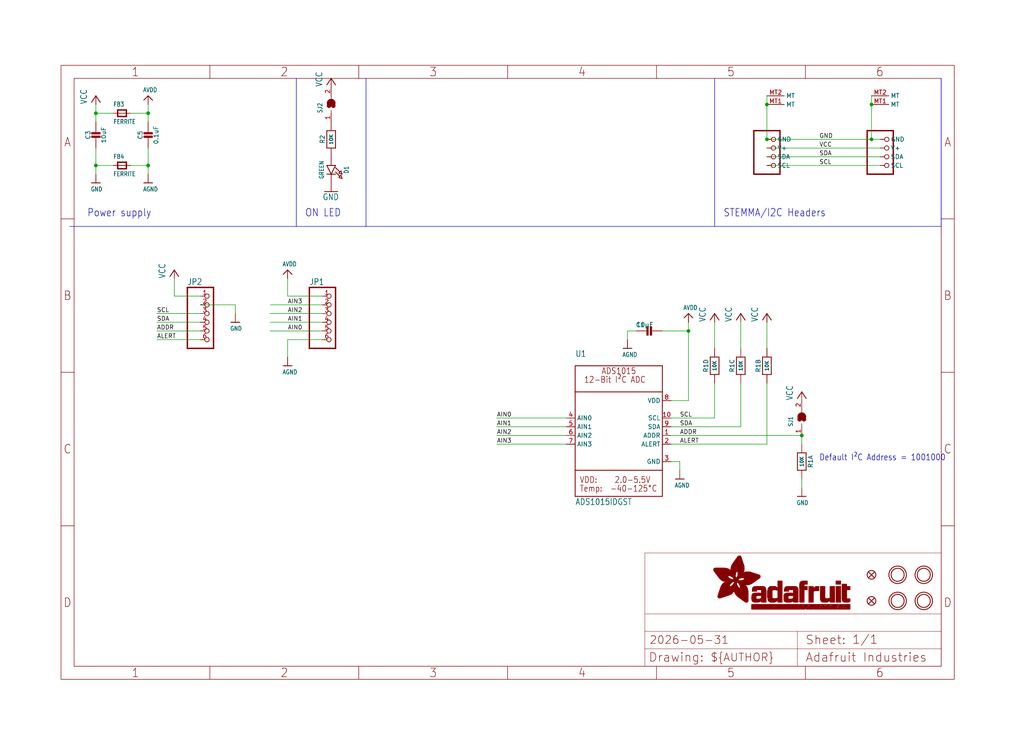
<source format=kicad_sch>
(kicad_sch (version 20230121) (generator eeschema)
  (paper "User" 298.45 217.322)
  (lib_symbols
    (symbol "working-eagle-import:ADC_ADS1015"
      (property "Reference" "U" (at -12.7 20.32 0))
      (symbol "ADC_ADS1015_1_0"
        (text "-40-125°C" (at -2.54 -19.05 0) (effects (font (size 1.778 1.5113)) (justify left bottom)))
        (text "12-Bit I²C ADC" (at -10.16 12.7 0) (effects (font (size 1.778 1.5113)) (justify left bottom)))
        (text "2.0-5.5V" (at -1.27 -16.51 0) (effects (font (size 1.778 1.5113)) (justify left bottom)))
        (text "ADS1015" (at -5.08 15.24 0) (effects (font (size 1.778 1.5113)) (justify left bottom)))
        (text "Temp:" (at -11.43 -19.05 0) (effects (font (size 1.778 1.5113)) (justify left bottom)))
        (text "VDD:" (at -11.43 -16.51 0) (effects (font (size 1.778 1.5113)) (justify left bottom)))
        (pin bidirectional line (at 15.24 -2.54 180) (length 2.54) (name "ADDR") (number "1"))
        (pin bidirectional line (at 15.24 2.54 180) (length 2.54) (name "SCL") (number "10"))
        (pin bidirectional line (at 15.24 -5.08 180) (length 2.54) (name "ALERT") (number "2"))
        (pin bidirectional line (at 15.24 -10.16 180) (length 2.54) (name "GND") (number "3"))
        (pin bidirectional line (at -15.24 2.54 0) (length 2.54) (name "AIN0") (number "4"))
        (pin bidirectional line (at -15.24 0 0) (length 2.54) (name "AIN1") (number "5"))
        (pin bidirectional line (at -15.24 -2.54 0) (length 2.54) (name "AIN2") (number "6"))
        (pin bidirectional line (at -15.24 -5.08 0) (length 2.54) (name "AIN3") (number "7"))
        (pin bidirectional line (at 15.24 7.62 180) (length 2.54) (name "VDD") (number "8"))
        (pin bidirectional line (at 15.24 0 180) (length 2.54) (name "SDA") (number "9"))
      )
    )
    (symbol "working-eagle-import:AGND" (power)
      (property "Value" "AGND" (at -1.524 -2.54 0))
      (symbol "AGND_1_0"
        (pin power_in line (at 0 2.54 270) (length 2.54) (name "AGND") (number "1"))
      )
    )
    (symbol "working-eagle-import:AVDD" (power)
      (property "Value" "AVDD" (at -1.524 1.016 0))
      (symbol "AVDD_1_0"
        (pin power_in line (at 0 -2.54 90) (length 2.54) (name "AVDD") (number "1"))
      )
    )
    (symbol "working-eagle-import:CAP_CERAMIC0603_NO"
      (property "Reference" "C" (at -2.29 1.25 90))
      (symbol "CAP_CERAMIC0603_NO_1_0"
        (pin passive line (at 0 5.08 270) (length 2.54) (name "1") (number "1"))
        (pin passive line (at 0 -2.54 90) (length 2.54) (name "2") (number "2"))
      )
    )
    (symbol "working-eagle-import:CAP_CERAMIC0805-NOOUTLINE"
      (property "Reference" "C" (at -2.29 1.25 90))
      (symbol "CAP_CERAMIC0805-NOOUTLINE_1_0"
        (pin passive line (at 0 5.08 270) (length 2.54) (name "1") (number "1"))
        (pin passive line (at 0 -2.54 90) (length 2.54) (name "2") (number "2"))
      )
    )
    (symbol "working-eagle-import:FERRITE-0603NO"
      (property "Reference" "FB" (at -1.27 1.905 0))
      (symbol "FERRITE-0603NO_1_0"
        (pin passive line (at -2.54 0 0) (length 2.54) (name "P$1") (number "1"))
        (pin passive line (at 2.54 0 180) (length 2.54) (name "P$2") (number "2"))
      )
    )
    (symbol "working-eagle-import:FIDUCIAL_1MM")
    (symbol "working-eagle-import:FRAME_A4_ADAFRUIT"
      (symbol "FRAME_A4_ADAFRUIT_1_0"
        (text "${#}/${##}" (at 230.505 10.16 0) (effects (font (size 2.54 2.54)) (justify left bottom)))
        (text "${AUTHOR}" (at 189.23 5.08 0) (effects (font (size 2.286 2.286)) (justify left bottom)))
        (text "${CURRENT_DATE}" (at 171.45 10.16 0) (effects (font (size 2.286 2.286)) (justify left bottom)))
        (text "${PROJECTNAME}" (at 171.45 15.24 0) (effects (font (size 2.54 2.54)) (justify left bottom)))
        (text "1" (at 21.6958 1.905 0) (effects (font (size 2.54 2.286))))
        (text "1" (at 21.6958 177.165 0) (effects (font (size 2.54 2.286))))
        (text "2" (at 65.0875 1.905 0) (effects (font (size 2.54 2.286))))
        (text "2" (at 65.0875 177.165 0) (effects (font (size 2.54 2.286))))
        (text "3" (at 108.4792 1.905 0) (effects (font (size 2.54 2.286))))
        (text "3" (at 108.4792 177.165 0) (effects (font (size 2.54 2.286))))
        (text "4" (at 151.8708 1.905 0) (effects (font (size 2.54 2.286))))
        (text "4" (at 151.8708 177.165 0) (effects (font (size 2.54 2.286))))
        (text "5" (at 195.2625 1.905 0) (effects (font (size 2.54 2.286))))
        (text "5" (at 195.2625 177.165 0) (effects (font (size 2.54 2.286))))
        (text "6" (at 238.6542 1.905 0) (effects (font (size 2.54 2.286))))
        (text "6" (at 238.6542 177.165 0) (effects (font (size 2.54 2.286))))
        (text "A" (at 1.905 156.6863 0) (effects (font (size 2.54 2.286))))
        (text "A" (at 258.445 156.6863 0) (effects (font (size 2.54 2.286))))
        (text "Adafruit Industries" (at 216.916 4.953 0) (effects (font (size 2.54 2.54)) (justify left bottom)))
        (text "B" (at 1.905 111.9188 0) (effects (font (size 2.54 2.286))))
        (text "B" (at 258.445 111.9188 0) (effects (font (size 2.54 2.286))))
        (text "C" (at 1.905 67.1513 0) (effects (font (size 2.54 2.286))))
        (text "C" (at 258.445 67.1513 0) (effects (font (size 2.54 2.286))))
        (text "D" (at 1.905 22.3838 0) (effects (font (size 2.54 2.286))))
        (text "D" (at 258.445 22.3838 0) (effects (font (size 2.54 2.286))))
        (text "Drawing:" (at 171.196 4.953 0) (effects (font (size 2.54 2.54)) (justify left bottom)))
        (text "Sheet:" (at 216.916 10.033 0) (effects (font (size 2.54 2.54)) (justify left bottom)))
      )
    )
    (symbol "working-eagle-import:GND" (power)
      (property "Value" "GND" (at -1.524 -2.54 0))
      (symbol "GND_1_0"
        (pin power_in line (at 0 2.54 270) (length 2.54) (name "GND") (number "1"))
      )
    )
    (symbol "working-eagle-import:HEADER-1X670MIL"
      (property "Reference" "JP" (at -6.35 10.795 0))
      (symbol "HEADER-1X670MIL_1_0"
        (pin passive inverted (at -2.54 7.62 0) (length 2.54) (name "1") (number "1"))
        (pin passive inverted (at -2.54 5.08 0) (length 2.54) (name "2") (number "2"))
        (pin passive inverted (at -2.54 2.54 0) (length 2.54) (name "3") (number "3"))
        (pin passive inverted (at -2.54 0 0) (length 2.54) (name "4") (number "4"))
        (pin passive inverted (at -2.54 -2.54 0) (length 2.54) (name "5") (number "5"))
        (pin passive inverted (at -2.54 -5.08 0) (length 2.54) (name "6") (number "6"))
      )
    )
    (symbol "working-eagle-import:LED0603_NOOUTLINE"
      (property "Reference" "D" (at -1.27 4.445 0))
      (symbol "LED0603_NOOUTLINE_1_0"
        (pin passive line (at -5.08 0 0) (length 2.54) (name "A") (number "A"))
        (pin passive line (at 2.54 0 180) (length 2.54) (name "C") (number "C"))
      )
    )
    (symbol "working-eagle-import:MOUNTINGHOLE2.5")
    (symbol "working-eagle-import:RESISTOR_0603_NOOUT"
      (property "Reference" "R" (at 0 2.54 0))
      (symbol "RESISTOR_0603_NOOUT_1_0"
        (pin passive line (at -5.08 0 0) (length 2.54) (name "1") (number "1"))
        (pin passive line (at 5.08 0 180) (length 2.54) (name "2") (number "2"))
      )
    )
    (symbol "working-eagle-import:RESISTOR_4PACK"
      (property "Reference" "R" (at 0 2.54 0))
      (symbol "RESISTOR_4PACK_1_0"
        (pin passive line (at -5.08 0 0) (length 2.54) (name "1") (number "1"))
        (pin passive line (at 5.08 0 180) (length 2.54) (name "2") (number "8"))
      )
      (symbol "RESISTOR_4PACK_2_0"
        (pin passive line (at -5.08 0 0) (length 2.54) (name "1") (number "2"))
        (pin passive line (at 5.08 0 180) (length 2.54) (name "2") (number "7"))
      )
      (symbol "RESISTOR_4PACK_3_0"
        (pin passive line (at -5.08 0 0) (length 2.54) (name "1") (number "3"))
        (pin passive line (at 5.08 0 180) (length 2.54) (name "2") (number "6"))
      )
      (symbol "RESISTOR_4PACK_4_0"
        (pin passive line (at -5.08 0 0) (length 2.54) (name "1") (number "4"))
        (pin passive line (at 5.08 0 180) (length 2.54) (name "2") (number "5"))
      )
    )
    (symbol "working-eagle-import:SOLDERJUMPER"
      (property "Reference" "SJ" (at -2.54 2.54 0))
      (symbol "SOLDERJUMPER_1_0"
        (pin passive line (at -5.08 0 0) (length 2.54) (name "1") (number "1"))
        (pin passive line (at 5.08 0 180) (length 2.54) (name "2") (number "2"))
      )
    )
    (symbol "working-eagle-import:SOLDERJUMPERCLOSED"
      (property "Reference" "SJ" (at -2.54 2.54 0))
      (symbol "SOLDERJUMPERCLOSED_1_0"
        (pin passive line (at -5.08 0 0) (length 2.54) (name "1") (number "1"))
        (pin passive line (at 5.08 0 180) (length 2.54) (name "2") (number "2"))
      )
    )
    (symbol "working-eagle-import:STEMMA_I2C_QT"
      (symbol "STEMMA_I2C_QT_1_0"
        (pin passive inverted (at 0 5.08 0) (length 2.54) (name "GND") (number "1"))
        (pin passive inverted (at 0 2.54 0) (length 2.54) (name "V+") (number "2"))
        (pin passive inverted (at 0 0 0) (length 2.54) (name "SDA") (number "3"))
        (pin passive inverted (at 0 -2.54 0) (length 2.54) (name "SCL") (number "4"))
      )
      (symbol "STEMMA_I2C_QT_2_0"
        (pin bidirectional line (at 0 0 0) (length 5.08) (name "MT") (number "MT1"))
      )
      (symbol "STEMMA_I2C_QT_3_0"
        (pin bidirectional line (at 0 0 0) (length 5.08) (name "MT") (number "MT2"))
      )
    )
    (symbol "working-eagle-import:VCC" (power)
      (property "Value" "VCC" (at -2.54 -2.54 90))
      (symbol "VCC_1_0"
        (pin power_in line (at 0 -2.54 90) (length 2.54) (name "VCC") (number "1"))
      )
    )
    (symbol "working-eagle-import:supply1_GND" (power)
      (property "Value" "supply1_GND" (at -2.54 -2.54 0))
      (symbol "supply1_GND_1_0"
        (pin power_in line (at 0 2.54 270) (length 2.54) (name "GND") (number "1"))
      )
    )
  )
  (junction (at 223.52 40.64))
  (junction (at 254 30.48))
  (junction (at 43.18 48.26))
  (junction (at 200.66 96.52))
  (junction (at 233.68 127))
  (junction (at 27.94 33.02))
  (junction (at 223.52 30.48))
  (junction (at 254 40.64))
  (junction (at 27.94 48.26))
  (junction (at 43.18 33.02))
  (wire (pts (xy 254 40.64) (xy 223.52 40.64)) (stroke (width 0.1524)))
  (wire (pts (xy 43.18 33.02) (xy 43.18 35.56)) (stroke (width 0.1524)))
  (wire (pts (xy 195.58 127) (xy 233.68 127)) (stroke (width 0.1524)))
  (wire (pts (xy 58.42 93.98) (xy 45.72 93.98)) (stroke (width 0.1524)))
  (polyline (pts (xy 208.28 22.86) (xy 208.28 66.04)) (stroke (width 0.1524) (type solid)))
  (wire (pts (xy 195.58 116.84) (xy 200.66 116.84)) (stroke (width 0.1524)))
  (wire (pts (xy 256.54 45.72) (xy 223.52 45.72)) (stroke (width 0.1524)))
  (wire (pts (xy 208.28 101.6) (xy 208.28 93.98)) (stroke (width 0.1524)))
  (wire (pts (xy 254 27.94) (xy 254 30.48)) (stroke (width 0.1524)))
  (wire (pts (xy 43.18 43.18) (xy 43.18 48.26)) (stroke (width 0.1524)))
  (wire (pts (xy 83.82 99.06) (xy 83.82 104.14)) (stroke (width 0.1524)))
  (polyline (pts (xy 20.32 66.04) (xy 86.36 66.04)) (stroke (width 0.1524) (type solid)))
  (wire (pts (xy 83.82 86.36) (xy 83.82 81.28)) (stroke (width 0.1524)))
  (wire (pts (xy 200.66 116.84) (xy 200.66 96.52)) (stroke (width 0.1524)))
  (wire (pts (xy 223.52 48.26) (xy 256.54 48.26)) (stroke (width 0.1524)))
  (wire (pts (xy 38.1 48.26) (xy 43.18 48.26)) (stroke (width 0.1524)))
  (wire (pts (xy 38.1 33.02) (xy 43.18 33.02)) (stroke (width 0.1524)))
  (wire (pts (xy 27.94 33.02) (xy 27.94 35.56)) (stroke (width 0.1524)))
  (wire (pts (xy 200.66 96.52) (xy 193.04 96.52)) (stroke (width 0.1524)))
  (wire (pts (xy 165.1 124.46) (xy 144.78 124.46)) (stroke (width 0.1524)))
  (wire (pts (xy 58.42 99.06) (xy 45.72 99.06)) (stroke (width 0.1524)))
  (wire (pts (xy 165.1 127) (xy 144.78 127)) (stroke (width 0.1524)))
  (wire (pts (xy 50.8 86.36) (xy 50.8 81.28)) (stroke (width 0.1524)))
  (wire (pts (xy 195.58 121.92) (xy 208.28 121.92)) (stroke (width 0.1524)))
  (wire (pts (xy 198.12 134.62) (xy 198.12 137.16)) (stroke (width 0.1524)))
  (wire (pts (xy 93.98 99.06) (xy 83.82 99.06)) (stroke (width 0.1524)))
  (wire (pts (xy 144.78 121.92) (xy 165.1 121.92)) (stroke (width 0.1524)))
  (wire (pts (xy 43.18 33.02) (xy 43.18 30.48)) (stroke (width 0.1524)))
  (wire (pts (xy 215.9 124.46) (xy 215.9 111.76)) (stroke (width 0.1524)))
  (polyline (pts (xy 86.36 66.04) (xy 106.68 66.04)) (stroke (width 0.1524) (type solid)))
  (wire (pts (xy 208.28 121.92) (xy 208.28 111.76)) (stroke (width 0.1524)))
  (wire (pts (xy 58.42 96.52) (xy 45.72 96.52)) (stroke (width 0.1524)))
  (wire (pts (xy 27.94 50.8) (xy 27.94 48.26)) (stroke (width 0.1524)))
  (wire (pts (xy 223.52 129.54) (xy 223.52 111.76)) (stroke (width 0.1524)))
  (polyline (pts (xy 274.32 22.86) (xy 274.32 66.04)) (stroke (width 0.1524) (type solid)))
  (wire (pts (xy 27.94 30.48) (xy 27.94 33.02)) (stroke (width 0.1524)))
  (wire (pts (xy 43.18 48.26) (xy 43.18 50.8)) (stroke (width 0.1524)))
  (wire (pts (xy 58.42 86.36) (xy 50.8 86.36)) (stroke (width 0.1524)))
  (wire (pts (xy 93.98 86.36) (xy 83.82 86.36)) (stroke (width 0.1524)))
  (wire (pts (xy 182.88 96.52) (xy 182.88 99.06)) (stroke (width 0.1524)))
  (wire (pts (xy 165.1 129.54) (xy 144.78 129.54)) (stroke (width 0.1524)))
  (wire (pts (xy 233.68 139.7) (xy 233.68 142.24)) (stroke (width 0.1524)))
  (wire (pts (xy 68.58 88.9) (xy 68.58 91.44)) (stroke (width 0.1524)))
  (wire (pts (xy 223.52 101.6) (xy 223.52 93.98)) (stroke (width 0.1524)))
  (wire (pts (xy 195.58 134.62) (xy 198.12 134.62)) (stroke (width 0.1524)))
  (wire (pts (xy 233.68 127) (xy 233.68 129.54)) (stroke (width 0.1524)))
  (wire (pts (xy 200.66 96.52) (xy 200.66 93.98)) (stroke (width 0.1524)))
  (wire (pts (xy 78.74 96.52) (xy 93.98 96.52)) (stroke (width 0.1524)))
  (polyline (pts (xy 208.28 66.04) (xy 274.32 66.04)) (stroke (width 0.1524) (type solid)))
  (wire (pts (xy 27.94 33.02) (xy 33.02 33.02)) (stroke (width 0.1524)))
  (wire (pts (xy 27.94 48.26) (xy 33.02 48.26)) (stroke (width 0.1524)))
  (polyline (pts (xy 86.36 22.86) (xy 86.36 66.04)) (stroke (width 0.1524) (type solid)))
  (wire (pts (xy 58.42 88.9) (xy 68.58 88.9)) (stroke (width 0.1524)))
  (wire (pts (xy 78.74 88.9) (xy 93.98 88.9)) (stroke (width 0.1524)))
  (wire (pts (xy 223.52 43.18) (xy 256.54 43.18)) (stroke (width 0.1524)))
  (wire (pts (xy 58.42 91.44) (xy 45.72 91.44)) (stroke (width 0.1524)))
  (wire (pts (xy 195.58 129.54) (xy 223.52 129.54)) (stroke (width 0.1524)))
  (wire (pts (xy 254 30.48) (xy 254 40.64)) (stroke (width 0.1524)))
  (wire (pts (xy 256.54 40.64) (xy 254 40.64)) (stroke (width 0.1524)))
  (wire (pts (xy 223.52 30.48) (xy 223.52 40.64)) (stroke (width 0.1524)))
  (wire (pts (xy 215.9 101.6) (xy 215.9 93.98)) (stroke (width 0.1524)))
  (wire (pts (xy 223.52 27.94) (xy 223.52 30.48)) (stroke (width 0.1524)))
  (polyline (pts (xy 106.68 22.86) (xy 106.68 66.04)) (stroke (width 0.1524) (type solid)))
  (wire (pts (xy 78.74 93.98) (xy 93.98 93.98)) (stroke (width 0.1524)))
  (wire (pts (xy 27.94 48.26) (xy 27.94 43.18)) (stroke (width 0.1524)))
  (wire (pts (xy 78.74 91.44) (xy 93.98 91.44)) (stroke (width 0.1524)))
  (wire (pts (xy 195.58 124.46) (xy 215.9 124.46)) (stroke (width 0.1524)))
  (polyline (pts (xy 106.68 66.04) (xy 208.28 66.04)) (stroke (width 0.1524) (type solid)))
  (wire (pts (xy 185.42 96.52) (xy 182.88 96.52)) (stroke (width 0.1524)))
  (text "Default I²C Address = 1001000" (at 238.76 134.62 0) (effects (font (size 1.778 1.5113)) (justify left bottom)))
  (text "Power supply" (at 25.4 63.5 0) (effects (font (size 2.1844 1.8567)) (justify left bottom)))
  (text "STEMMA/I2C Headers" (at 210.82 63.5 0) (effects (font (size 2.1844 1.8567)) (justify left bottom)))
  (text "ON LED" (at 88.9 63.5 0) (effects (font (size 2.1844 1.8567)) (justify left bottom)))
  (label "AIN2" (at 144.78 127 0) (effects (font (size 1.2446 1.2446))))
  (label "AIN1" (at 83.82 93.98 0) (effects (font (size 1.2446 1.2446))))
  (label "VCC" (at 238.76 43.18 0) (effects (font (size 1.2446 1.2446))))
  (label "SDA" (at 198.12 124.46 0) (effects (font (size 1.2446 1.2446))))
  (label "SCL" (at 238.76 48.26 0) (effects (font (size 1.2446 1.2446))))
  (label "SCL" (at 45.72 91.44 0) (effects (font (size 1.2446 1.2446))))
  (label "AIN0" (at 83.82 96.52 0) (effects (font (size 1.2446 1.2446))))
  (label "ALERT" (at 198.12 129.54 0) (effects (font (size 1.2446 1.2446))))
  (label "AIN2" (at 83.82 91.44 0) (effects (font (size 1.2446 1.2446))))
  (label "AIN0" (at 144.78 121.92 0) (effects (font (size 1.2446 1.2446))))
  (label "SDA" (at 238.76 45.72 0) (effects (font (size 1.2446 1.2446))))
  (label "GND" (at 238.76 40.64 0) (effects (font (size 1.2446 1.2446))))
  (label "ADDR" (at 198.12 127 0) (effects (font (size 1.2446 1.2446))))
  (label "AIN3" (at 83.82 88.9 0) (effects (font (size 1.2446 1.2446))))
  (label "ALERT" (at 45.72 99.06 0) (effects (font (size 1.2446 1.2446))))
  (label "ADDR" (at 45.72 96.52 0) (effects (font (size 1.2446 1.2446))))
  (label "AIN1" (at 144.78 124.46 0) (effects (font (size 1.2446 1.2446))))
  (label "AIN3" (at 144.78 129.54 0) (effects (font (size 1.2446 1.2446))))
  (label "SCL" (at 198.12 121.92 0) (effects (font (size 1.2446 1.2446))))
  (label "SDA" (at 45.72 93.98 0) (effects (font (size 1.2446 1.2446))))
  (symbol (lib_id "working-eagle-import:MOUNTINGHOLE2.5") (at 269.24 175.26 0) (unit 1)
    (property "Reference" "U$30" (effects hide))
    (property "Value" "MOUNTINGHOLE2.5" (effects hide))
    (property "Footprint" "working:MOUNTINGHOLE_2.5_PLATED" (effects hide))
  )
  (symbol (lib_id "working-eagle-import:HEADER-1X670MIL") (at 60.96 93.98 0) (unit 1)
    (property "Reference" "JP2" (at 54.61 83.185 0) (effects (font (size 1.778 1.5113)) (justify left bottom)))
    (property "Value" "HEADER-1X670MIL" (effects hide))
    (property "Footprint" "working:1X06_ROUND_70" (effects hide))
  )
  (symbol (lib_id "working-eagle-import:AGND") (at 83.82 106.68 0) (unit 1)
    (property "Reference" "#U$12" (effects hide))
    (property "Value" "AGND" (at 82.296 109.22 0) (effects (font (size 1.27 1.0795)) (justify left bottom)))
  )
  (symbol (lib_id "working-eagle-import:VCC") (at 96.52 22.86 0) (unit 1)
    (property "Reference" "#P+5" (effects hide))
    (property "Value" "VCC" (at 93.98 25.4 90) (effects (font (size 1.778 1.5113)) (justify left bottom)))
  )
  (symbol (lib_id "working-eagle-import:AGND") (at 182.88 101.6 0) (unit 1)
    (property "Reference" "#U$2" (effects hide))
    (property "Value" "AGND" (at 181.356 104.14 0) (effects (font (size 1.27 1.0795)) (justify left bottom)))
  )
  (symbol (lib_id "working-eagle-import:STEMMA_I2C_QT") (at 223.52 45.72 0) (unit 1)
    (property "Reference" "CONN3" (effects hide))
    (property "Value" "STEMMA_I2C_QT" (effects hide))
    (property "Footprint" "working:JST_SH4" (effects hide))
  )
  (symbol (lib_id "working-eagle-import:FERRITE-0603NO") (at 35.56 33.02 0) (unit 1)
    (property "Reference" "FB3" (at 33.02 31.115 0) (effects (font (size 1.27 1.0795)) (justify left bottom)))
    (property "Value" "FERRITE" (at 33.02 36.195 0) (effects (font (size 1.27 1.0795)) (justify left bottom)))
    (property "Footprint" "working:0603-NO" (effects hide))
  )
  (symbol (lib_id "working-eagle-import:CAP_CERAMIC0603_NO") (at 43.18 40.64 0) (unit 1)
    (property "Reference" "C5" (at 40.89 39.39 90))
    (property "Value" "0.1uF" (at 45.48 39.39 90))
    (property "Footprint" "working:0603-NO" (effects hide))
  )
  (symbol (lib_id "working-eagle-import:FIDUCIAL_1MM") (at 254 167.64 0) (unit 1)
    (property "Reference" "FID4" (effects hide))
    (property "Value" "FIDUCIAL_1MM" (effects hide))
    (property "Footprint" "working:FIDUCIAL_1MM" (effects hide))
  )
  (symbol (lib_id "working-eagle-import:LED0603_NOOUTLINE") (at 96.52 50.8 270) (unit 1)
    (property "Reference" "D1" (at 100.965 49.53 0) (effects (font (size 1.27 1.0795))))
    (property "Value" "GREEN" (at 93.726 49.53 0) (effects (font (size 1.27 1.0795))))
    (property "Footprint" "working:CHIPLED_0603_NOOUTLINE" (effects hide))
  )
  (symbol (lib_id "working-eagle-import:AVDD") (at 200.66 91.44 0) (unit 1)
    (property "Reference" "#U$10" (effects hide))
    (property "Value" "AVDD" (at 199.136 90.424 0) (effects (font (size 1.27 1.0795)) (justify left bottom)))
  )
  (symbol (lib_id "working-eagle-import:STEMMA_I2C_QT") (at 223.52 30.48 0) (unit 2)
    (property "Reference" "CONN3" (effects hide))
    (property "Value" "STEMMA_I2C_QT" (effects hide))
    (property "Footprint" "working:JST_SH4" (effects hide))
  )
  (symbol (lib_id "working-eagle-import:RESISTOR_4PACK") (at 215.9 106.68 90) (unit 3)
    (property "Reference" "R1" (at 213.36 106.68 0))
    (property "Value" "10K" (at 215.9 106.68 0) (effects (font (size 1.016 1.016) bold)))
    (property "Footprint" "working:RESPACK_4X0603" (effects hide))
  )
  (symbol (lib_id "working-eagle-import:SOLDERJUMPER") (at 233.68 121.92 90) (unit 1)
    (property "Reference" "SJ1" (at 231.14 124.46 0) (effects (font (size 1.27 1.0795)) (justify left bottom)))
    (property "Value" "SOLDERJUMPER" (effects hide))
    (property "Footprint" "working:SOLDERJUMPER_ARROW_NOPASTE" (effects hide))
  )
  (symbol (lib_id "working-eagle-import:VCC") (at 27.94 27.94 0) (unit 1)
    (property "Reference" "#P+3" (effects hide))
    (property "Value" "VCC" (at 25.4 30.48 90) (effects (font (size 1.778 1.5113)) (justify left bottom)))
  )
  (symbol (lib_id "working-eagle-import:SOLDERJUMPERCLOSED") (at 96.52 30.48 90) (unit 1)
    (property "Reference" "SJ2" (at 93.98 33.02 0) (effects (font (size 1.27 1.0795)) (justify left bottom)))
    (property "Value" "SOLDERJUMPERCLOSED" (effects hide))
    (property "Footprint" "working:SOLDERJUMPER_CLOSEDWIRE" (effects hide))
  )
  (symbol (lib_id "working-eagle-import:FIDUCIAL_1MM") (at 254 175.26 0) (unit 1)
    (property "Reference" "FID3" (effects hide))
    (property "Value" "FIDUCIAL_1MM" (effects hide))
    (property "Footprint" "working:FIDUCIAL_1MM" (effects hide))
  )
  (symbol (lib_id "working-eagle-import:MOUNTINGHOLE2.5") (at 261.62 175.26 0) (unit 1)
    (property "Reference" "U$25" (effects hide))
    (property "Value" "MOUNTINGHOLE2.5" (effects hide))
    (property "Footprint" "working:MOUNTINGHOLE_2.5_PLATED" (effects hide))
  )
  (symbol (lib_id "working-eagle-import:VCC") (at 215.9 91.44 0) (unit 1)
    (property "Reference" "#P+2" (effects hide))
    (property "Value" "VCC" (at 213.36 93.98 90) (effects (font (size 1.778 1.5113)) (justify left bottom)))
  )
  (symbol (lib_id "working-eagle-import:GND") (at 68.58 93.98 0) (unit 1)
    (property "Reference" "#U$18" (effects hide))
    (property "Value" "GND" (at 67.056 96.52 0) (effects (font (size 1.27 1.0795)) (justify left bottom)))
  )
  (symbol (lib_id "working-eagle-import:RESISTOR_4PACK") (at 223.52 106.68 90) (unit 2)
    (property "Reference" "R1" (at 220.98 106.68 0))
    (property "Value" "10K" (at 223.52 106.68 0) (effects (font (size 1.016 1.016) bold)))
    (property "Footprint" "working:RESPACK_4X0603" (effects hide))
  )
  (symbol (lib_id "working-eagle-import:VCC") (at 223.52 91.44 0) (unit 1)
    (property "Reference" "#P+6" (effects hide))
    (property "Value" "VCC" (at 220.98 93.98 90) (effects (font (size 1.778 1.5113)) (justify left bottom)))
  )
  (symbol (lib_id "working-eagle-import:STEMMA_I2C_QT") (at 223.52 27.94 0) (unit 3)
    (property "Reference" "CONN3" (effects hide))
    (property "Value" "STEMMA_I2C_QT" (effects hide))
    (property "Footprint" "working:JST_SH4" (effects hide))
  )
  (symbol (lib_id "working-eagle-import:AGND") (at 43.18 53.34 0) (unit 1)
    (property "Reference" "#U$19" (effects hide))
    (property "Value" "AGND" (at 41.656 55.88 0) (effects (font (size 1.27 1.0795)) (justify left bottom)))
  )
  (symbol (lib_id "working-eagle-import:STEMMA_I2C_QT") (at 254 30.48 0) (unit 2)
    (property "Reference" "CONN4" (effects hide))
    (property "Value" "STEMMA_I2C_QT" (effects hide))
    (property "Footprint" "working:JST_SH4" (effects hide))
  )
  (symbol (lib_id "working-eagle-import:MOUNTINGHOLE2.5") (at 269.24 167.64 0) (unit 1)
    (property "Reference" "U$29" (effects hide))
    (property "Value" "MOUNTINGHOLE2.5" (effects hide))
    (property "Footprint" "working:MOUNTINGHOLE_2.5_PLATED" (effects hide))
  )
  (symbol (lib_id "working-eagle-import:VCC") (at 208.28 91.44 0) (unit 1)
    (property "Reference" "#P+1" (effects hide))
    (property "Value" "VCC" (at 205.74 93.98 90) (effects (font (size 1.778 1.5113)) (justify left bottom)))
  )
  (symbol (lib_id "working-eagle-import:FERRITE-0603NO") (at 35.56 48.26 0) (unit 1)
    (property "Reference" "FB4" (at 33.02 46.355 0) (effects (font (size 1.27 1.0795)) (justify left bottom)))
    (property "Value" "FERRITE" (at 33.02 51.435 0) (effects (font (size 1.27 1.0795)) (justify left bottom)))
    (property "Footprint" "working:0603-NO" (effects hide))
  )
  (symbol (lib_id "working-eagle-import:GND") (at 27.94 53.34 0) (unit 1)
    (property "Reference" "#U$7" (effects hide))
    (property "Value" "GND" (at 26.416 55.88 0) (effects (font (size 1.27 1.0795)) (justify left bottom)))
  )
  (symbol (lib_id "working-eagle-import:CAP_CERAMIC0805-NOOUTLINE") (at 190.5 96.52 90) (unit 1)
    (property "Reference" "C1" (at 187.96 93.98 90) (effects (justify left bottom)))
    (property "Value" "10µF" (at 190.5 93.98 90) (effects (justify left bottom)))
    (property "Footprint" "working:0805-NO" (effects hide))
  )
  (symbol (lib_id "working-eagle-import:VCC") (at 233.68 114.3 0) (unit 1)
    (property "Reference" "#P+7" (effects hide))
    (property "Value" "VCC" (at 231.14 116.84 90) (effects (font (size 1.778 1.5113)) (justify left bottom)))
  )
  (symbol (lib_id "working-eagle-import:FRAME_A4_ADAFRUIT") (at 17.78 198.12 0) (unit 1)
    (property "Reference" "#U$28" (effects hide))
    (property "Value" "FRAME_A4_ADAFRUIT" (effects hide))
  )
  (symbol (lib_id "working-eagle-import:HEADER-1X670MIL") (at 96.52 93.98 0) (unit 1)
    (property "Reference" "JP1" (at 90.17 83.185 0) (effects (font (size 1.778 1.5113)) (justify left bottom)))
    (property "Value" "HEADER-1X670MIL" (effects hide))
    (property "Footprint" "working:1X06_ROUND_70" (effects hide))
  )
  (symbol (lib_id "working-eagle-import:AVDD") (at 43.18 27.94 0) (unit 1)
    (property "Reference" "#U$9" (effects hide))
    (property "Value" "AVDD" (at 41.656 26.924 0) (effects (font (size 1.27 1.0795)) (justify left bottom)))
  )
  (symbol (lib_id "working-eagle-import:AVDD") (at 83.82 78.74 0) (unit 1)
    (property "Reference" "#U$11" (effects hide))
    (property "Value" "AVDD" (at 82.296 77.724 0) (effects (font (size 1.27 1.0795)) (justify left bottom)))
  )
  (symbol (lib_id "working-eagle-import:CAP_CERAMIC0805-NOOUTLINE") (at 27.94 40.64 0) (unit 1)
    (property "Reference" "C3" (at 25.65 39.39 90))
    (property "Value" "10uF" (at 30.24 39.39 90))
    (property "Footprint" "working:0805-NO" (effects hide))
  )
  (symbol (lib_id "working-eagle-import:MOUNTINGHOLE2.5") (at 261.62 167.64 0) (unit 1)
    (property "Reference" "U$27" (effects hide))
    (property "Value" "MOUNTINGHOLE2.5" (effects hide))
    (property "Footprint" "working:MOUNTINGHOLE_2.5_PLATED" (effects hide))
  )
  (symbol (lib_id "working-eagle-import:VCC") (at 50.8 78.74 0) (unit 1)
    (property "Reference" "#P+4" (effects hide))
    (property "Value" "VCC" (at 48.26 81.28 90) (effects (font (size 1.778 1.5113)) (justify left bottom)))
  )
  (symbol (lib_id "working-eagle-import:RESISTOR_4PACK") (at 233.68 134.62 270) (unit 1)
    (property "Reference" "R1" (at 236.22 134.62 0))
    (property "Value" "10K" (at 233.68 134.62 0) (effects (font (size 1.016 1.016) bold)))
    (property "Footprint" "working:RESPACK_4X0603" (effects hide))
  )
  (symbol (lib_id "working-eagle-import:GND") (at 233.68 144.78 0) (unit 1)
    (property "Reference" "#U$6" (effects hide))
    (property "Value" "GND" (at 232.156 147.32 0) (effects (font (size 1.27 1.0795)) (justify left bottom)))
  )
  (symbol (lib_id "working-eagle-import:supply1_GND") (at 96.52 55.88 0) (unit 1)
    (property "Reference" "#GND6" (effects hide))
    (property "Value" "GND" (at 93.98 58.42 0) (effects (font (size 1.778 1.5113)) (justify left bottom)))
  )
  (symbol (lib_id "working-eagle-import:ADC_ADS1015") (at 180.34 124.46 0) (unit 1)
    (property "Reference" "U1" (at 167.64 104.14 0) (effects (font (size 1.778 1.5113)) (justify left bottom)))
    (property "Value" "ADS1015IDGST" (at 167.64 147.32 0) (effects (font (size 1.778 1.5113)) (justify left bottom)))
    (property "Footprint" "working:MSOP10" (effects hide))
  )
  (symbol (lib_id "working-eagle-import:STEMMA_I2C_QT") (at 254 27.94 0) (unit 3)
    (property "Reference" "CONN4" (effects hide))
    (property "Value" "STEMMA_I2C_QT" (effects hide))
    (property "Footprint" "working:JST_SH4" (effects hide))
  )
  (symbol (lib_id "working-eagle-import:STEMMA_I2C_QT") (at 256.54 45.72 0) (unit 1)
    (property "Reference" "CONN4" (effects hide))
    (property "Value" "STEMMA_I2C_QT" (effects hide))
    (property "Footprint" "working:JST_SH4" (effects hide))
  )
  (symbol (lib_id "working-eagle-import:RESISTOR_0603_NOOUT") (at 96.52 40.64 90) (unit 1)
    (property "Reference" "R2" (at 93.98 40.64 0))
    (property "Value" "10K" (at 96.52 40.64 0) (effects (font (size 1.016 1.016) bold)))
    (property "Footprint" "working:0603-NO" (effects hide))
  )
  (symbol (lib_id "working-eagle-import:AGND") (at 198.12 139.7 0) (unit 1)
    (property "Reference" "#U$5" (effects hide))
    (property "Value" "AGND" (at 196.596 142.24 0) (effects (font (size 1.27 1.0795)) (justify left bottom)))
  )
  (symbol (lib_id "working-eagle-import:RESISTOR_4PACK") (at 208.28 106.68 90) (unit 4)
    (property "Reference" "R1" (at 205.74 106.68 0))
    (property "Value" "10K" (at 208.28 106.68 0) (effects (font (size 1.016 1.016) bold)))
    (property "Footprint" "working:RESPACK_4X0603" (effects hide))
  )
)
</source>
